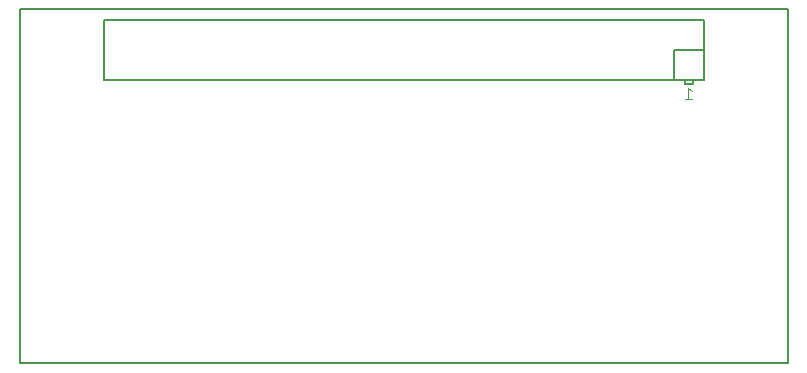
<source format=gbo>
G75*
%MOIN*%
%OFA0B0*%
%FSLAX24Y24*%
%IPPOS*%
%LPD*%
%AMOC8*
5,1,8,0,0,1.08239X$1,22.5*
%
%ADD10C,0.0050*%
%ADD11C,0.0040*%
D10*
X003885Y001829D02*
X003885Y013640D01*
X029475Y013640D01*
X029475Y001829D01*
X003885Y001829D01*
X006680Y011262D02*
X006680Y013262D01*
X026680Y013262D01*
X026680Y012262D01*
X025680Y012262D01*
X025680Y011262D01*
X006680Y011262D01*
X025680Y011262D02*
X026055Y011262D01*
X026055Y011137D01*
X026305Y011137D01*
X026305Y011262D01*
X026055Y011262D01*
X026305Y011262D02*
X026680Y011262D01*
X026680Y012262D01*
D11*
X026165Y011017D02*
X026165Y010657D01*
X026285Y010657D02*
X026045Y010657D01*
X026285Y010897D02*
X026165Y011017D01*
M02*

</source>
